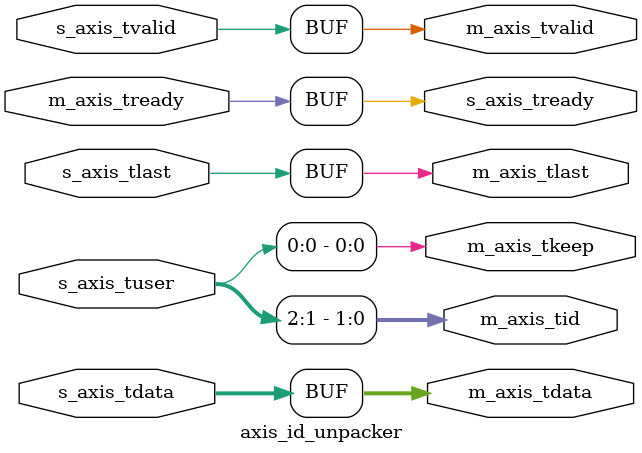
<source format=v>
`timescale 1ns / 1ps


module axis_id_unpacker #(
    parameter DATA_WIDTH = 8,
    parameter TID_WIDTH = 2,
    parameter TUSER_WIDTH = TID_WIDTH + DATA_WIDTH / 8
)(
    input [DATA_WIDTH-1:0] s_axis_tdata,
    input s_axis_tlast,
    input s_axis_tvalid,
    input [TUSER_WIDTH-1:0] s_axis_tuser,
    output s_axis_tready,

    output [DATA_WIDTH-1:0] m_axis_tdata,
    output m_axis_tlast,
    output m_axis_tvalid,
    output [TID_WIDTH-1:0] m_axis_tid,
    output [DATA_WIDTH/8-1:0] m_axis_tkeep,
    input m_axis_tready
);

assign m_axis_tdata = s_axis_tdata;
assign m_axis_tlast = s_axis_tlast;
assign m_axis_tvalid = s_axis_tvalid;
assign {m_axis_tid, m_axis_tkeep} = s_axis_tuser;
assign s_axis_tready = m_axis_tready;

endmodule

</source>
